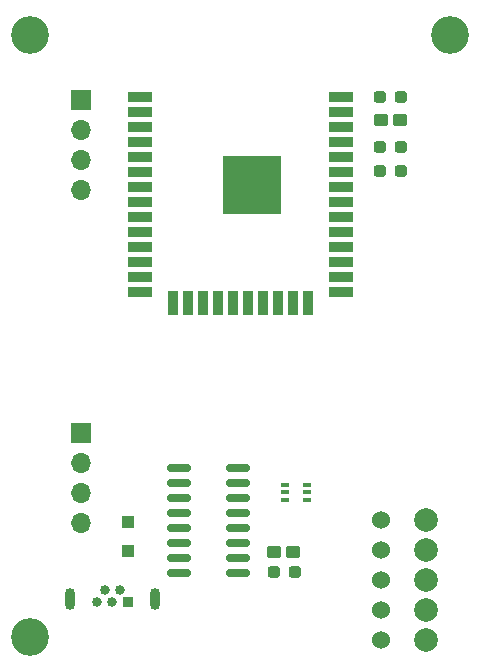
<source format=gbs>
%TF.GenerationSoftware,KiCad,Pcbnew,(5.99.0-6613-ge739d5ba65)*%
%TF.CreationDate,2020-11-02T18:56:01+01:00*%
%TF.ProjectId,e28_tx,6532385f-7478-42e6-9b69-6361645f7063,rev?*%
%TF.SameCoordinates,PX5f5e100PY8f0d180*%
%TF.FileFunction,Soldermask,Bot*%
%TF.FilePolarity,Negative*%
%FSLAX46Y46*%
G04 Gerber Fmt 4.6, Leading zero omitted, Abs format (unit mm)*
G04 Created by KiCad (PCBNEW (5.99.0-6613-ge739d5ba65)) date 2020-11-02 18:56:01*
%MOMM*%
%LPD*%
G01*
G04 APERTURE LIST*
G04 Aperture macros list*
%AMRoundRect*
0 Rectangle with rounded corners*
0 $1 Rounding radius*
0 $2 $3 $4 $5 $6 $7 $8 $9 X,Y pos of 4 corners*
0 Add a 4 corners polygon primitive as box body*
4,1,4,$2,$3,$4,$5,$6,$7,$8,$9,$2,$3,0*
0 Add four circle primitives for the rounded corners*
1,1,$1+$1,$2,$3,0*
1,1,$1+$1,$4,$5,0*
1,1,$1+$1,$6,$7,0*
1,1,$1+$1,$8,$9,0*
0 Add four rect primitives between the rounded corners*
20,1,$1+$1,$2,$3,$4,$5,0*
20,1,$1+$1,$4,$5,$6,$7,0*
20,1,$1+$1,$6,$7,$8,$9,0*
20,1,$1+$1,$8,$9,$2,$3,0*%
G04 Aperture macros list end*
%ADD10R,0.840000X0.840000*%
%ADD11C,0.840000*%
%ADD12O,0.850000X1.850000*%
%ADD13C,3.200000*%
%ADD14R,1.700000X1.700000*%
%ADD15O,1.700000X1.700000*%
%ADD16C,2.000000*%
%ADD17C,1.524000*%
%ADD18RoundRect,0.237500X-0.287500X-0.237500X0.287500X-0.237500X0.287500X0.237500X-0.287500X0.237500X0*%
%ADD19RoundRect,0.250000X-0.375000X-0.275000X0.375000X-0.275000X0.375000X0.275000X-0.375000X0.275000X0*%
%ADD20RoundRect,0.150000X-0.825000X-0.150000X0.825000X-0.150000X0.825000X0.150000X-0.825000X0.150000X0*%
%ADD21RoundRect,0.237500X0.287500X0.237500X-0.287500X0.237500X-0.287500X-0.237500X0.287500X-0.237500X0*%
%ADD22R,2.000000X0.900000*%
%ADD23R,0.900000X2.000000*%
%ADD24R,5.000000X5.000000*%
%ADD25R,0.650000X0.400000*%
%ADD26R,1.000000X1.000000*%
G04 APERTURE END LIST*
D10*
%TO.C,J1*%
X10750000Y5500000D03*
D11*
X10100000Y6500000D03*
X9450000Y5500000D03*
X8800000Y6500000D03*
X8150000Y5500000D03*
D12*
X13025000Y5720000D03*
X5875000Y5720000D03*
%TD*%
D13*
%TO.C,H2*%
X2500000Y53500000D03*
%TD*%
D14*
%TO.C,J4*%
X6750000Y19810000D03*
D15*
X6750000Y17270000D03*
X6750000Y14730000D03*
X6750000Y12190000D03*
%TD*%
D14*
%TO.C,J3*%
X6800000Y48000000D03*
D15*
X6800000Y45460000D03*
X6800000Y42920000D03*
X6800000Y40380000D03*
%TD*%
D13*
%TO.C,H3*%
X38000000Y53500000D03*
%TD*%
D16*
%TO.C,J2*%
X36000000Y7330000D03*
X36000000Y9870000D03*
X36000000Y2250000D03*
X36000000Y12410000D03*
X36000000Y4790000D03*
D17*
X32190000Y12410000D03*
X32190000Y9870000D03*
X32190000Y7330000D03*
X32190000Y4790000D03*
X32190000Y2250000D03*
%TD*%
D13*
%TO.C,H1*%
X2500000Y2500000D03*
%TD*%
D18*
%TO.C,C2*%
X23125000Y8000000D03*
X24875000Y8000000D03*
%TD*%
D19*
%TO.C,C1*%
X23150000Y9700000D03*
X24750000Y9700000D03*
%TD*%
D20*
%TO.C,U1*%
X15116000Y7955000D03*
X15116000Y9225000D03*
X15116000Y10495000D03*
X15116000Y11765000D03*
X15116000Y13035000D03*
X15116000Y14305000D03*
X15116000Y15575000D03*
X15116000Y16845000D03*
X20066000Y16845000D03*
X20066000Y15575000D03*
X20066000Y14305000D03*
X20066000Y13035000D03*
X20066000Y11765000D03*
X20066000Y10495000D03*
X20066000Y9225000D03*
X20066000Y7955000D03*
%TD*%
D18*
%TO.C,R1*%
X32125000Y44000000D03*
X33875000Y44000000D03*
%TD*%
D21*
%TO.C,C4*%
X33875000Y42000000D03*
X32125000Y42000000D03*
%TD*%
D22*
%TO.C,U3*%
X28800000Y48255000D03*
X28800000Y46985000D03*
X28800000Y45715000D03*
X28800000Y44445000D03*
X28800000Y43175000D03*
X28800000Y41905000D03*
X28800000Y40635000D03*
X28800000Y39365000D03*
X28800000Y38095000D03*
X28800000Y36825000D03*
X28800000Y35555000D03*
X28800000Y34285000D03*
X28800000Y33015000D03*
X28800000Y31745000D03*
D23*
X26015000Y30745000D03*
X24745000Y30745000D03*
X23475000Y30745000D03*
X22205000Y30745000D03*
X20935000Y30745000D03*
X19665000Y30745000D03*
X18395000Y30745000D03*
X17125000Y30745000D03*
X15855000Y30745000D03*
X14585000Y30745000D03*
D22*
X11800000Y31745000D03*
X11800000Y33015000D03*
X11800000Y34285000D03*
X11800000Y35555000D03*
X11800000Y36825000D03*
X11800000Y38095000D03*
X11800000Y39365000D03*
X11800000Y40635000D03*
X11800000Y41905000D03*
X11800000Y43175000D03*
X11800000Y44445000D03*
X11800000Y45715000D03*
X11800000Y46985000D03*
X11800000Y48255000D03*
D24*
X21300000Y40755000D03*
%TD*%
D18*
%TO.C,C7*%
X32125000Y48250000D03*
X33875000Y48250000D03*
%TD*%
D19*
%TO.C,C6*%
X32200000Y46250000D03*
X33800000Y46250000D03*
%TD*%
D25*
%TO.C,Q1*%
X24050000Y14100000D03*
X24050000Y14750000D03*
X24050000Y15400000D03*
X25950000Y15400000D03*
X25950000Y14750000D03*
X25950000Y14100000D03*
%TD*%
D26*
%TO.C,D1*%
X10800000Y12250000D03*
X10800000Y9750000D03*
%TD*%
M02*

</source>
